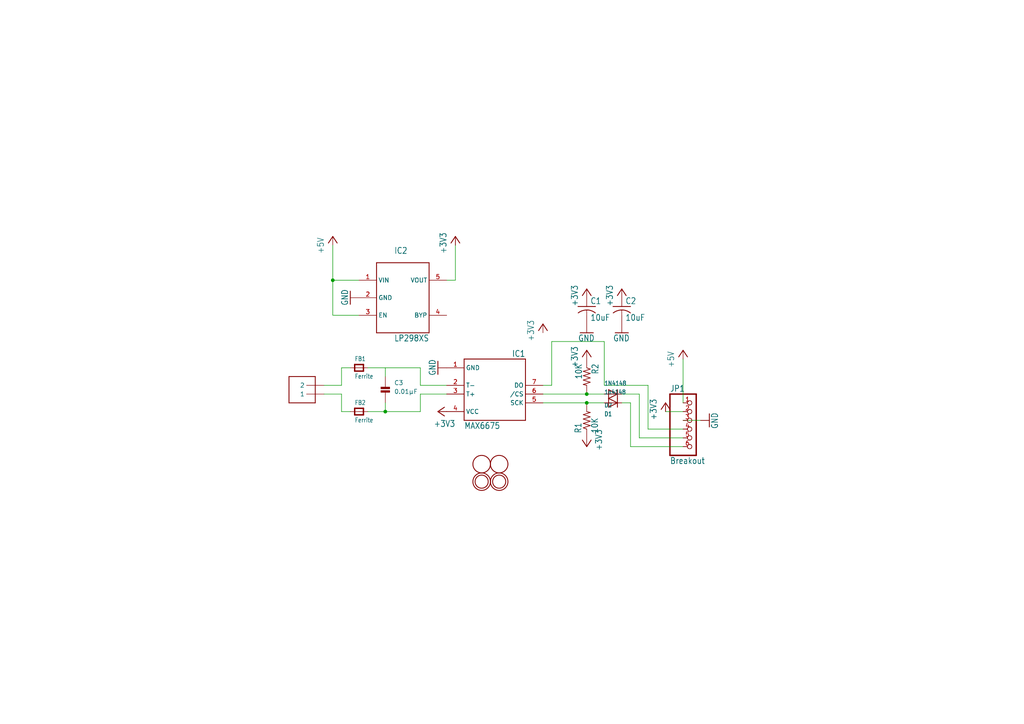
<source format=kicad_sch>
(kicad_sch (version 20230121) (generator eeschema)
  (paper "A4")
  (lib_symbols
    (symbol "working-eagle-import:+3V3" (power)
      (property "Value" "+3V3" (at -2.54 -5.08 90))
      (symbol "+3V3_1_0"
        (polyline (pts (xy 0 0) (xy -1.27 -1.905)) (stroke (width 0.254)))
        (polyline (pts (xy 1.27 -1.905) (xy 0 0)) (stroke (width 0.254)))
        (pin power_in line (at 0 -2.54 90) (length 2.54) (name "+3V3") (number "1"))
      )
    )
    (symbol "working-eagle-import:+5V" (power)
      (property "Value" "+5V" (at -2.54 -5.08 90))
      (symbol "+5V_1_0"
        (polyline (pts (xy 0 0) (xy -1.27 -1.905)) (stroke (width 0.254)))
        (polyline (pts (xy 1.27 -1.905) (xy 0 0)) (stroke (width 0.254)))
        (pin power_in line (at 0 -2.54 90) (length 2.54) (name "+5V") (number "1"))
      )
    )
    (symbol "working-eagle-import:1X2-3.5MM"
      (symbol "1X2-3.5MM_1_0"
        (polyline (pts (xy -2.54 -2.54) (xy 5.08 -2.54)) (stroke (width 0.254)))
        (polyline (pts (xy -2.54 5.08) (xy -2.54 -2.54)) (stroke (width 0.254)))
        (polyline (pts (xy 5.08 -2.54) (xy 5.08 5.08)) (stroke (width 0.254)))
        (polyline (pts (xy 5.08 5.08) (xy -2.54 5.08)) (stroke (width 0.254)))
        (pin passive line (at -5.08 2.54 0) (length 5.08) (name "1") (number "1"))
        (pin passive line (at -5.08 0 0) (length 5.08) (name "2") (number "2"))
      )
    )
    (symbol "working-eagle-import:C-USC0805K"
      (property "Reference" "C" (at 1.016 0.635 0))
      (symbol "C-USC0805K_1_0"
        (arc (start 0 -1.0161) (mid -1.302 -1.2303) (end -2.4668 -1.8504) (stroke (width 0.254)))
        (polyline (pts (xy -2.54 0) (xy 2.54 0)) (stroke (width 0.254)))
        (polyline (pts (xy 0 -1.016) (xy 0 -2.54)) (stroke (width 0.1524)))
        (arc (start 2.4892 -1.8541) (mid 1.3158 -1.2194) (end 0 -1) (stroke (width 0.254)))
        (pin passive line (at 0 2.54 270) (length 2.54) (name "1") (number "1"))
        (pin passive line (at 0 -5.08 90) (length 2.54) (name "2") (number "2"))
      )
    )
    (symbol "working-eagle-import:CAP_CERAMIC_0805"
      (property "Reference" "C" (at 2.54 2.54 0))
      (symbol "CAP_CERAMIC_0805_1_0"
        (rectangle (start -1.27 0.508) (end 1.27 1.016) (fill (type outline)))
        (rectangle (start -1.27 1.524) (end 1.27 2.032) (fill (type outline)))
        (polyline (pts (xy 0 0.762) (xy 0 0)) (stroke (width 0.1524)))
        (polyline (pts (xy 0 2.54) (xy 0 1.778)) (stroke (width 0.1524)))
        (pin passive line (at 0 5.08 270) (length 2.54) (name "P$1") (number "1"))
        (pin passive line (at 0 -2.54 90) (length 2.54) (name "P$2") (number "2"))
      )
    )
    (symbol "working-eagle-import:DIODESOD-323F"
      (property "Reference" "D" (at -2.54 2.54 0))
      (symbol "DIODESOD-323F_1_0"
        (polyline (pts (xy -1.27 -1.27) (xy 1.27 0)) (stroke (width 0.254)))
        (polyline (pts (xy -1.27 1.27) (xy -1.27 -1.27)) (stroke (width 0.254)))
        (polyline (pts (xy 1.27 0) (xy -1.27 1.27)) (stroke (width 0.254)))
        (polyline (pts (xy 1.27 0) (xy 1.27 -1.27)) (stroke (width 0.254)))
        (polyline (pts (xy 1.27 1.27) (xy 1.27 0)) (stroke (width 0.254)))
        (pin passive line (at -2.54 0 0) (length 2.54) (name "A") (number "A"))
        (pin passive line (at 2.54 0 180) (length 2.54) (name "C") (number "C"))
      )
    )
    (symbol "working-eagle-import:FERRITE_0805"
      (property "Reference" "FB" (at -1.27 1.905 0))
      (symbol "FERRITE_0805_1_0"
        (polyline (pts (xy -1.27 -0.9525) (xy -1.27 0.9525)) (stroke (width 0.4064)))
        (polyline (pts (xy -1.27 0.9525) (xy 1.27 0.9525)) (stroke (width 0.4064)))
        (polyline (pts (xy 1.27 -0.9525) (xy -1.27 -0.9525)) (stroke (width 0.4064)))
        (polyline (pts (xy 1.27 0.9525) (xy 1.27 -0.9525)) (stroke (width 0.4064)))
        (pin passive line (at -2.54 0 0) (length 2.54) (name "P$1") (number "1"))
        (pin passive line (at 2.54 0 180) (length 2.54) (name "P$2") (number "2"))
      )
    )
    (symbol "working-eagle-import:FIDUCIAL"
      (symbol "FIDUCIAL_1_0"
        (circle (center 0 0) (radius 2.54) (stroke (width 0.254)))
      )
    )
    (symbol "working-eagle-import:GND" (power)
      (property "Value" "GND" (at -2.54 -2.54 0))
      (symbol "GND_1_0"
        (polyline (pts (xy -1.905 0) (xy 1.905 0)) (stroke (width 0.254)))
        (pin power_in line (at 0 2.54 270) (length 2.54) (name "GND") (number "1"))
      )
    )
    (symbol "working-eagle-import:HEADER-1X676MIL"
      (property "Reference" "JP" (at -6.35 10.795 0))
      (symbol "HEADER-1X676MIL_1_0"
        (polyline (pts (xy -6.35 -7.62) (xy 1.27 -7.62)) (stroke (width 0.4064)))
        (polyline (pts (xy -6.35 10.16) (xy -6.35 -7.62)) (stroke (width 0.4064)))
        (polyline (pts (xy 1.27 -7.62) (xy 1.27 10.16)) (stroke (width 0.4064)))
        (polyline (pts (xy 1.27 10.16) (xy -6.35 10.16)) (stroke (width 0.4064)))
        (pin passive inverted (at -2.54 7.62 0) (length 2.54) (name "1") (number "1"))
        (pin passive inverted (at -2.54 5.08 0) (length 2.54) (name "2") (number "2"))
        (pin passive inverted (at -2.54 2.54 0) (length 2.54) (name "3") (number "3"))
        (pin passive inverted (at -2.54 0 0) (length 2.54) (name "4") (number "4"))
        (pin passive inverted (at -2.54 -2.54 0) (length 2.54) (name "5") (number "5"))
        (pin passive inverted (at -2.54 -5.08 0) (length 2.54) (name "6") (number "6"))
      )
    )
    (symbol "working-eagle-import:LP298XS"
      (property "Reference" "IC" (at -12.7 -5.08 90))
      (symbol "LP298XS_1_0"
        (polyline (pts (xy -10.16 -10.16) (xy 10.16 -10.16)) (stroke (width 0.254)))
        (polyline (pts (xy -10.16 5.08) (xy -10.16 -10.16)) (stroke (width 0.254)))
        (polyline (pts (xy 10.16 -10.16) (xy 10.16 5.08)) (stroke (width 0.254)))
        (polyline (pts (xy 10.16 5.08) (xy -10.16 5.08)) (stroke (width 0.254)))
        (pin bidirectional line (at -5.08 -15.24 90) (length 5.08) (name "VIN") (number "1"))
        (pin bidirectional line (at 0 -15.24 90) (length 5.08) (name "GND") (number "2"))
        (pin bidirectional line (at 5.08 -15.24 90) (length 5.08) (name "EN") (number "3"))
        (pin bidirectional line (at 5.08 10.16 270) (length 5.08) (name "BYP") (number "4"))
        (pin bidirectional line (at -5.08 10.16 270) (length 5.08) (name "VOUT") (number "5"))
      )
    )
    (symbol "working-eagle-import:MAX6675"
      (property "Reference" "IC" (at 10.16 7.62 0))
      (symbol "MAX6675_1_0"
        (polyline (pts (xy -7.62 -12.7) (xy -7.62 5.08)) (stroke (width 0.254)))
        (polyline (pts (xy -7.62 5.08) (xy 10.16 5.08)) (stroke (width 0.254)))
        (polyline (pts (xy 10.16 -12.7) (xy -7.62 -12.7)) (stroke (width 0.254)))
        (polyline (pts (xy 10.16 5.08) (xy 10.16 -12.7)) (stroke (width 0.254)))
        (pin power_in line (at -12.7 2.54 0) (length 5.08) (name "GND") (number "1"))
        (pin input line (at -12.7 -2.54 0) (length 5.08) (name "T-") (number "2"))
        (pin input line (at -12.7 -5.08 0) (length 5.08) (name "T+") (number "3"))
        (pin power_in line (at -12.7 -10.16 0) (length 5.08) (name "VCC") (number "4"))
        (pin input line (at 15.24 -7.62 180) (length 5.08) (name "SCK") (number "5"))
        (pin input line (at 15.24 -5.08 180) (length 5.08) (name "/CS") (number "6"))
        (pin output line (at 15.24 -2.54 180) (length 5.08) (name "DO") (number "7"))
      )
    )
    (symbol "working-eagle-import:MOUNTINGHOLE2.0"
      (symbol "MOUNTINGHOLE2.0_1_0"
        (circle (center 0 0) (radius 1.905) (stroke (width 0.254)))
        (circle (center 0 0) (radius 2.54) (stroke (width 0.254)))
      )
    )
    (symbol "working-eagle-import:R-US_R0805"
      (property "Reference" "R" (at -3.81 1.4986 0))
      (symbol "R-US_R0805_1_0"
        (polyline (pts (xy -2.54 0) (xy -2.159 1.016)) (stroke (width 0.2032)))
        (polyline (pts (xy -2.159 1.016) (xy -1.524 -1.016)) (stroke (width 0.2032)))
        (polyline (pts (xy -1.524 -1.016) (xy -0.889 1.016)) (stroke (width 0.2032)))
        (polyline (pts (xy -0.889 1.016) (xy -0.254 -1.016)) (stroke (width 0.2032)))
        (polyline (pts (xy -0.254 -1.016) (xy 0.381 1.016)) (stroke (width 0.2032)))
        (polyline (pts (xy 0.381 1.016) (xy 1.016 -1.016)) (stroke (width 0.2032)))
        (polyline (pts (xy 1.016 -1.016) (xy 1.651 1.016)) (stroke (width 0.2032)))
        (polyline (pts (xy 1.651 1.016) (xy 2.286 -1.016)) (stroke (width 0.2032)))
        (polyline (pts (xy 2.286 -1.016) (xy 2.54 0)) (stroke (width 0.2032)))
        (pin passive line (at -5.08 0 0) (length 2.54) (name "1") (number "1"))
        (pin passive line (at 5.08 0 180) (length 2.54) (name "2") (number "2"))
      )
    )
  )
  (junction (at 111.76 119.38))
  (junction (at 170.18 116.84))
  (junction (at 170.18 114.3))
  (junction (at 96.52 81.28))
  (wire (pts (xy 182.88 129.54) (xy 198.12 129.54)) (stroke (width 0.1524)))
  (wire (pts (xy 121.92 106.68) (xy 121.92 111.76)) (stroke (width 0.1524)))
  (wire (pts (xy 106.68 119.38) (xy 111.76 119.38)) (stroke (width 0.1524)))
  (wire (pts (xy 175.26 99.06) (xy 175.26 111.76)) (stroke (width 0.1524)))
  (wire (pts (xy 121.92 114.3) (xy 129.54 114.3)) (stroke (width 0.1524)))
  (wire (pts (xy 170.18 116.84) (xy 175.26 116.84)) (stroke (width 0.1524)))
  (wire (pts (xy 93.98 114.3) (xy 99.06 114.3)) (stroke (width 0.1524)))
  (wire (pts (xy 160.02 111.76) (xy 160.02 99.06)) (stroke (width 0.1524)))
  (wire (pts (xy 99.06 111.76) (xy 99.06 106.68)) (stroke (width 0.1524)))
  (wire (pts (xy 180.34 114.3) (xy 185.42 114.3)) (stroke (width 0.1524)))
  (wire (pts (xy 111.76 119.38) (xy 111.76 116.84)) (stroke (width 0.1524)))
  (wire (pts (xy 96.52 91.44) (xy 104.14 91.44)) (stroke (width 0.1524)))
  (wire (pts (xy 170.18 114.3) (xy 157.48 114.3)) (stroke (width 0.1524)))
  (wire (pts (xy 170.18 114.3) (xy 175.26 114.3)) (stroke (width 0.1524)))
  (wire (pts (xy 175.26 111.76) (xy 187.96 111.76)) (stroke (width 0.1524)))
  (wire (pts (xy 187.96 124.46) (xy 198.12 124.46)) (stroke (width 0.1524)))
  (wire (pts (xy 111.76 106.68) (xy 111.76 109.22)) (stroke (width 0.1524)))
  (wire (pts (xy 106.68 106.68) (xy 111.76 106.68)) (stroke (width 0.1524)))
  (wire (pts (xy 96.52 71.12) (xy 96.52 81.28)) (stroke (width 0.1524)))
  (wire (pts (xy 132.08 71.12) (xy 132.08 81.28)) (stroke (width 0.1524)))
  (wire (pts (xy 185.42 114.3) (xy 185.42 127)) (stroke (width 0.1524)))
  (wire (pts (xy 121.92 119.38) (xy 121.92 114.3)) (stroke (width 0.1524)))
  (wire (pts (xy 203.2 121.92) (xy 198.12 121.92)) (stroke (width 0.1524)))
  (wire (pts (xy 99.06 114.3) (xy 99.06 119.38)) (stroke (width 0.1524)))
  (wire (pts (xy 121.92 111.76) (xy 129.54 111.76)) (stroke (width 0.1524)))
  (wire (pts (xy 180.34 116.84) (xy 182.88 116.84)) (stroke (width 0.1524)))
  (wire (pts (xy 170.18 116.84) (xy 157.48 116.84)) (stroke (width 0.1524)))
  (wire (pts (xy 96.52 81.28) (xy 96.52 91.44)) (stroke (width 0.1524)))
  (wire (pts (xy 93.98 111.76) (xy 99.06 111.76)) (stroke (width 0.1524)))
  (wire (pts (xy 99.06 119.38) (xy 101.6 119.38)) (stroke (width 0.1524)))
  (wire (pts (xy 96.52 81.28) (xy 104.14 81.28)) (stroke (width 0.1524)))
  (wire (pts (xy 193.04 119.38) (xy 198.12 119.38)) (stroke (width 0.1524)))
  (wire (pts (xy 111.76 119.38) (xy 121.92 119.38)) (stroke (width 0.1524)))
  (wire (pts (xy 187.96 111.76) (xy 187.96 124.46)) (stroke (width 0.1524)))
  (wire (pts (xy 160.02 99.06) (xy 175.26 99.06)) (stroke (width 0.1524)))
  (wire (pts (xy 185.42 127) (xy 198.12 127)) (stroke (width 0.1524)))
  (wire (pts (xy 99.06 106.68) (xy 101.6 106.68)) (stroke (width 0.1524)))
  (wire (pts (xy 132.08 81.28) (xy 129.54 81.28)) (stroke (width 0.1524)))
  (wire (pts (xy 160.02 111.76) (xy 157.48 111.76)) (stroke (width 0.1524)))
  (wire (pts (xy 182.88 116.84) (xy 182.88 129.54)) (stroke (width 0.1524)))
  (wire (pts (xy 111.76 106.68) (xy 121.92 106.68)) (stroke (width 0.1524)))
  (wire (pts (xy 198.12 104.14) (xy 198.12 116.84)) (stroke (width 0.1524)))
  (symbol (lib_id "working-eagle-import:FERRITE_0805") (at 104.14 119.38 0) (unit 1)
    (property "Reference" "FB2" (at 102.87 117.475 0) (effects (font (size 1.27 1.0795)) (justify left bottom)))
    (property "Value" "Ferrite" (at 102.87 122.555 0) (effects (font (size 1.27 1.0795)) (justify left bottom)))
    (property "Footprint" "working:_0805" (effects hide))
  )
  (symbol (lib_id "working-eagle-import:+3V3") (at 157.48 93.98 0) (unit 1)
    (property "Reference" "#+3V2" (effects hide))
    (property "Value" "+3V3" (at 154.94 99.06 90) (effects (font (size 1.778 1.5113)) (justify left bottom)))
  )
  (symbol (lib_id "working-eagle-import:CAP_CERAMIC_0805") (at 111.76 114.3 0) (unit 1)
    (property "Reference" "C3" (at 114.3 111.76 0) (effects (justify left bottom)))
    (property "Value" "0.01µF" (at 114.3 114.3 0) (effects (justify left bottom)))
    (property "Footprint" "working:_0805" (effects hide))
  )
  (symbol (lib_id "working-eagle-import:GND") (at 180.34 96.52 0) (unit 1)
    (property "Reference" "#GND4" (effects hide))
    (property "Value" "GND" (at 177.8 99.06 0) (effects (font (size 1.778 1.5113)) (justify left bottom)))
  )
  (symbol (lib_id "working-eagle-import:R-US_R0805") (at 170.18 121.92 90) (unit 1)
    (property "Reference" "R1" (at 168.6814 125.73 0) (effects (font (size 1.778 1.5113)) (justify left bottom)))
    (property "Value" "10K" (at 173.482 125.73 0) (effects (font (size 1.778 1.5113)) (justify left bottom)))
    (property "Footprint" "working:R0805" (effects hide))
  )
  (symbol (lib_id "working-eagle-import:C-USC0805K") (at 170.18 88.9 0) (unit 1)
    (property "Reference" "C1" (at 171.196 88.265 0) (effects (font (size 1.778 1.5113)) (justify left bottom)))
    (property "Value" "10uF" (at 171.196 93.091 0) (effects (font (size 1.778 1.5113)) (justify left bottom)))
    (property "Footprint" "working:C0805K" (effects hide))
  )
  (symbol (lib_id "working-eagle-import:+3V3") (at 180.34 83.82 0) (unit 1)
    (property "Reference" "#+3V5" (effects hide))
    (property "Value" "+3V3" (at 177.8 88.9 90) (effects (font (size 1.778 1.5113)) (justify left bottom)))
  )
  (symbol (lib_id "working-eagle-import:+3V3") (at 170.18 129.54 180) (unit 1)
    (property "Reference" "#+3V8" (effects hide))
    (property "Value" "+3V3" (at 172.72 124.46 90) (effects (font (size 1.778 1.5113)) (justify left bottom)))
  )
  (symbol (lib_id "working-eagle-import:+5V") (at 198.12 101.6 0) (unit 1)
    (property "Reference" "#P+2" (effects hide))
    (property "Value" "+5V" (at 195.58 106.68 90) (effects (font (size 1.778 1.5113)) (justify left bottom)))
  )
  (symbol (lib_id "working-eagle-import:C-USC0805K") (at 180.34 88.9 0) (unit 1)
    (property "Reference" "C2" (at 181.356 88.265 0) (effects (font (size 1.778 1.5113)) (justify left bottom)))
    (property "Value" "10uF" (at 181.356 93.091 0) (effects (font (size 1.778 1.5113)) (justify left bottom)))
    (property "Footprint" "working:C0805K" (effects hide))
  )
  (symbol (lib_id "working-eagle-import:GND") (at 127 106.68 270) (unit 1)
    (property "Reference" "#GND1" (effects hide))
    (property "Value" "GND" (at 124.46 104.14 0) (effects (font (size 1.778 1.5113)) (justify left bottom)))
  )
  (symbol (lib_id "working-eagle-import:MOUNTINGHOLE2.0") (at 144.78 139.7 0) (unit 1)
    (property "Reference" "U$5" (effects hide))
    (property "Value" "MOUNTINGHOLE2.0" (effects hide))
    (property "Footprint" "working:MOUNTINGHOLE_2.0_PLATED" (effects hide))
  )
  (symbol (lib_id "working-eagle-import:HEADER-1X676MIL") (at 200.66 124.46 0) (unit 1)
    (property "Reference" "JP1" (at 194.31 113.665 0) (effects (font (size 1.778 1.5113)) (justify left bottom)))
    (property "Value" "Breakout" (at 194.31 134.62 0) (effects (font (size 1.778 1.5113)) (justify left bottom)))
    (property "Footprint" "working:1X06_ROUND_76" (effects hide))
  )
  (symbol (lib_id "working-eagle-import:FIDUCIAL") (at 144.78 134.62 0) (unit 1)
    (property "Reference" "U$2" (effects hide))
    (property "Value" "FIDUCIAL" (effects hide))
    (property "Footprint" "working:FIDUCIAL_1MM" (effects hide))
  )
  (symbol (lib_id "working-eagle-import:MAX6675") (at 142.24 109.22 0) (unit 1)
    (property "Reference" "IC1" (at 152.4 101.6 0) (effects (font (size 1.778 1.5113)) (justify right top)))
    (property "Value" "MAX6675" (at 134.62 124.46 0) (effects (font (size 1.778 1.5113)) (justify left bottom)))
    (property "Footprint" "working:SO08" (effects hide))
  )
  (symbol (lib_id "working-eagle-import:GND") (at 205.74 121.92 90) (unit 1)
    (property "Reference" "#GND3" (effects hide))
    (property "Value" "GND" (at 208.28 124.46 0) (effects (font (size 1.778 1.5113)) (justify left bottom)))
  )
  (symbol (lib_id "working-eagle-import:+3V3") (at 132.08 68.58 0) (unit 1)
    (property "Reference" "#+3V6" (effects hide))
    (property "Value" "+3V3" (at 129.54 73.66 90) (effects (font (size 1.778 1.5113)) (justify left bottom)))
  )
  (symbol (lib_id "working-eagle-import:1X2-3.5MM") (at 88.9 111.76 180) (unit 1)
    (property "Reference" "J1" (effects hide))
    (property "Value" "1X2-3.5MM" (effects hide))
    (property "Footprint" "working:1X2-3.5MM" (effects hide))
  )
  (symbol (lib_id "working-eagle-import:+3V3") (at 170.18 83.82 0) (unit 1)
    (property "Reference" "#+3V4" (effects hide))
    (property "Value" "+3V3" (at 167.64 88.9 90) (effects (font (size 1.778 1.5113)) (justify left bottom)))
  )
  (symbol (lib_id "working-eagle-import:+3V3") (at 170.18 101.6 0) (unit 1)
    (property "Reference" "#+3V7" (effects hide))
    (property "Value" "+3V3" (at 167.64 106.68 90) (effects (font (size 1.778 1.5113)) (justify left bottom)))
  )
  (symbol (lib_id "working-eagle-import:FIDUCIAL") (at 139.7 134.62 0) (unit 1)
    (property "Reference" "U$1" (effects hide))
    (property "Value" "FIDUCIAL" (effects hide))
    (property "Footprint" "working:FIDUCIAL_1MM" (effects hide))
  )
  (symbol (lib_id "working-eagle-import:DIODESOD-323F") (at 177.8 116.84 0) (mirror x) (unit 1)
    (property "Reference" "D1" (at 175.26 119.38 0) (effects (font (size 1.27 1.0795)) (justify left bottom)))
    (property "Value" "1n4148" (at 175.26 113.03 0) (effects (font (size 1.27 1.0795)) (justify left bottom)))
    (property "Footprint" "working:SOD-323F" (effects hide))
  )
  (symbol (lib_id "working-eagle-import:GND") (at 101.6 86.36 270) (unit 1)
    (property "Reference" "#GND7" (effects hide))
    (property "Value" "GND" (at 99.06 83.82 0) (effects (font (size 1.778 1.5113)) (justify left bottom)))
  )
  (symbol (lib_id "working-eagle-import:MOUNTINGHOLE2.0") (at 139.7 139.7 0) (unit 1)
    (property "Reference" "U$4" (effects hide))
    (property "Value" "MOUNTINGHOLE2.0" (effects hide))
    (property "Footprint" "working:MOUNTINGHOLE_2.0_PLATED" (effects hide))
  )
  (symbol (lib_id "working-eagle-import:+5V") (at 96.52 68.58 0) (unit 1)
    (property "Reference" "#P+1" (effects hide))
    (property "Value" "+5V" (at 93.98 73.66 90) (effects (font (size 1.778 1.5113)) (justify left bottom)))
  )
  (symbol (lib_id "working-eagle-import:+3V3") (at 127 119.38 90) (unit 1)
    (property "Reference" "#+3V3" (effects hide))
    (property "Value" "+3V3" (at 132.08 121.92 90) (effects (font (size 1.778 1.5113)) (justify left bottom)))
  )
  (symbol (lib_id "working-eagle-import:+3V3") (at 193.04 116.84 0) (unit 1)
    (property "Reference" "#+3V1" (effects hide))
    (property "Value" "+3V3" (at 190.5 121.92 90) (effects (font (size 1.778 1.5113)) (justify left bottom)))
  )
  (symbol (lib_id "working-eagle-import:LP298XS") (at 119.38 86.36 270) (unit 1)
    (property "Reference" "IC2" (at 114.3 73.66 90) (effects (font (size 1.778 1.5113)) (justify left bottom)))
    (property "Value" "LP298XS" (at 114.3 99.06 90) (effects (font (size 1.778 1.5113)) (justify left bottom)))
    (property "Footprint" "working:SOT23-5L" (effects hide))
  )
  (symbol (lib_id "working-eagle-import:GND") (at 170.18 96.52 0) (unit 1)
    (property "Reference" "#GND2" (effects hide))
    (property "Value" "GND" (at 167.64 99.06 0) (effects (font (size 1.778 1.5113)) (justify left bottom)))
  )
  (symbol (lib_id "working-eagle-import:DIODESOD-323F") (at 177.8 114.3 0) (mirror x) (unit 1)
    (property "Reference" "D2" (at 175.26 116.84 0) (effects (font (size 1.27 1.0795)) (justify left bottom)))
    (property "Value" "1N4148" (at 175.26 110.49 0) (effects (font (size 1.27 1.0795)) (justify left bottom)))
    (property "Footprint" "working:SOD-323F" (effects hide))
  )
  (symbol (lib_id "working-eagle-import:R-US_R0805") (at 170.18 109.22 270) (unit 1)
    (property "Reference" "R2" (at 171.6786 105.41 0) (effects (font (size 1.778 1.5113)) (justify left bottom)))
    (property "Value" "10K" (at 166.878 105.41 0) (effects (font (size 1.778 1.5113)) (justify left bottom)))
    (property "Footprint" "working:R0805" (effects hide))
  )
  (symbol (lib_id "working-eagle-import:FERRITE_0805") (at 104.14 106.68 0) (unit 1)
    (property "Reference" "FB1" (at 102.87 104.775 0) (effects (font (size 1.27 1.0795)) (justify left bottom)))
    (property "Value" "Ferrite" (at 102.87 109.855 0) (effects (font (size 1.27 1.0795)) (justify left bottom)))
    (property "Footprint" "working:_0805" (effects hide))
  )
)
</source>
